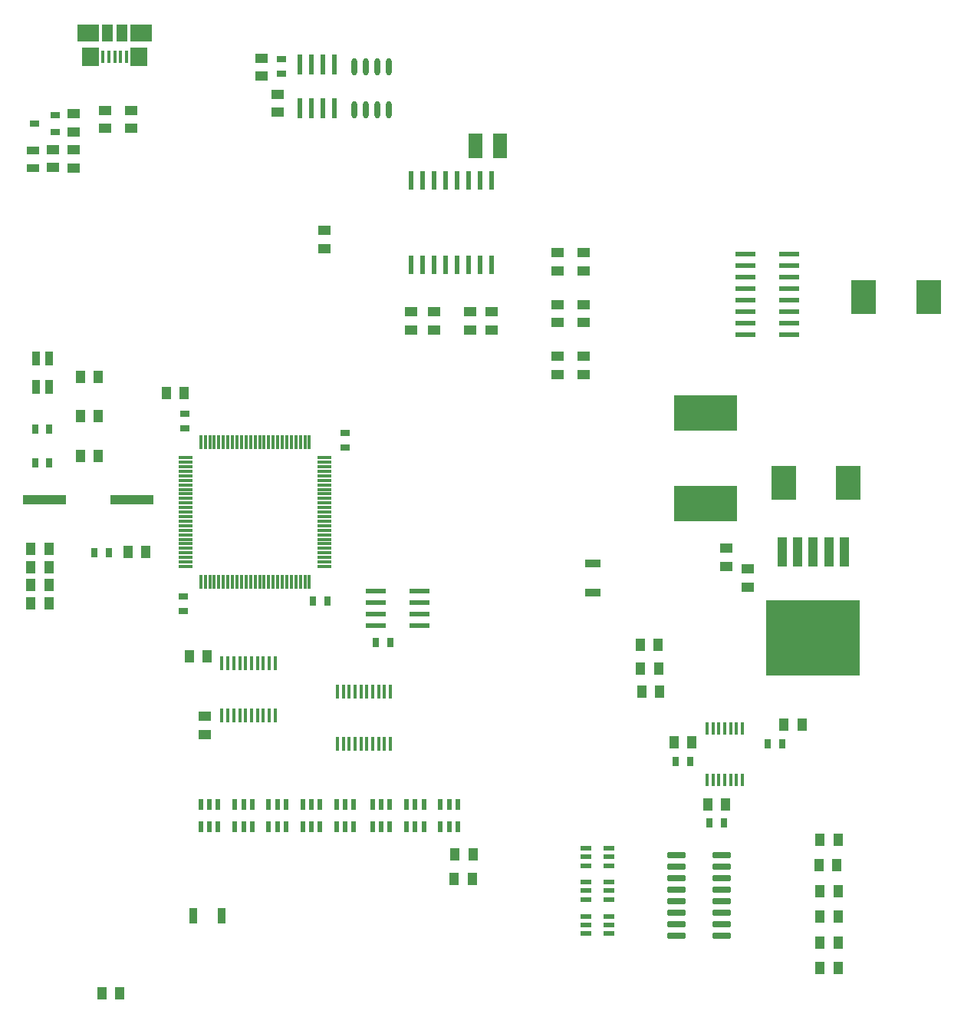
<source format=gtp>
G04*
G04 #@! TF.GenerationSoftware,Altium Limited,Altium Designer,20.0.13 (296)*
G04*
G04 Layer_Color=8421504*
%FSLAX44Y44*%
%MOMM*%
G71*
G01*
G75*
%ADD19R,1.5300X2.7200*%
%ADD20R,7.0000X4.0000*%
%ADD21R,1.0500X3.2000*%
%ADD22R,10.4500X8.3000*%
%ADD23R,2.7940X3.8100*%
%ADD24R,0.9000X1.5000*%
%ADD25R,0.6000X2.0600*%
%ADD26R,1.4000X1.0000*%
G04:AMPARAMS|DCode=27|XSize=1.57mm|YSize=0.41mm|CornerRadius=0.0513mm|HoleSize=0mm|Usage=FLASHONLY|Rotation=270.000|XOffset=0mm|YOffset=0mm|HoleType=Round|Shape=RoundedRectangle|*
%AMROUNDEDRECTD27*
21,1,1.5700,0.3075,0,0,270.0*
21,1,1.4675,0.4100,0,0,270.0*
1,1,0.1025,-0.1538,-0.7338*
1,1,0.1025,-0.1538,0.7338*
1,1,0.1025,0.1538,0.7338*
1,1,0.1025,0.1538,-0.7338*
%
%ADD27ROUNDEDRECTD27*%
%ADD28R,1.0000X0.8000*%
%ADD29R,4.8000X1.1000*%
%ADD30R,0.8000X1.0000*%
%ADD31R,1.0000X1.4000*%
%ADD32R,1.2100X0.5800*%
%ADD33R,0.5800X1.2100*%
%ADD34R,1.4700X0.9600*%
%ADD35O,0.6000X1.9000*%
%ADD36R,0.6000X2.2000*%
G04:AMPARAMS|DCode=37|XSize=1.56mm|YSize=0.28mm|CornerRadius=0.035mm|HoleSize=0mm|Usage=FLASHONLY|Rotation=90.000|XOffset=0mm|YOffset=0mm|HoleType=Round|Shape=RoundedRectangle|*
%AMROUNDEDRECTD37*
21,1,1.5600,0.2100,0,0,90.0*
21,1,1.4900,0.2800,0,0,90.0*
1,1,0.0700,0.1050,0.7450*
1,1,0.0700,0.1050,-0.7450*
1,1,0.0700,-0.1050,-0.7450*
1,1,0.0700,-0.1050,0.7450*
%
%ADD37ROUNDEDRECTD37*%
G04:AMPARAMS|DCode=38|XSize=1.56mm|YSize=0.28mm|CornerRadius=0.035mm|HoleSize=0mm|Usage=FLASHONLY|Rotation=0.000|XOffset=0mm|YOffset=0mm|HoleType=Round|Shape=RoundedRectangle|*
%AMROUNDEDRECTD38*
21,1,1.5600,0.2100,0,0,0.0*
21,1,1.4900,0.2800,0,0,0.0*
1,1,0.0700,0.7450,-0.1050*
1,1,0.0700,-0.7450,-0.1050*
1,1,0.0700,-0.7450,0.1050*
1,1,0.0700,0.7450,0.1050*
%
%ADD38ROUNDEDRECTD38*%
%ADD39R,2.3750X1.9000*%
%ADD40R,1.1750X1.9000*%
%ADD41R,1.8500X2.1000*%
%ADD42R,0.4500X1.3800*%
%ADD43R,2.2000X0.6000*%
%ADD44R,1.1000X0.8000*%
G04:AMPARAMS|DCode=45|XSize=1.97mm|YSize=0.6mm|CornerRadius=0.075mm|HoleSize=0mm|Usage=FLASHONLY|Rotation=0.000|XOffset=0mm|YOffset=0mm|HoleType=Round|Shape=RoundedRectangle|*
%AMROUNDEDRECTD45*
21,1,1.9700,0.4500,0,0,0.0*
21,1,1.8200,0.6000,0,0,0.0*
1,1,0.1500,0.9100,-0.2250*
1,1,0.1500,-0.9100,-0.2250*
1,1,0.1500,-0.9100,0.2250*
1,1,0.1500,0.9100,0.2250*
%
%ADD45ROUNDEDRECTD45*%
%ADD46R,0.3556X1.4224*%
%ADD47R,1.8000X0.9000*%
%ADD48R,0.9000X1.8000*%
D19*
X508590Y985500D02*
D03*
X535410D02*
D03*
D20*
X762500Y591250D02*
D03*
Y691250D02*
D03*
D21*
X915500Y537500D02*
D03*
X898500D02*
D03*
X881500D02*
D03*
X864500D02*
D03*
X847500D02*
D03*
D22*
X881500Y443000D02*
D03*
D23*
X1008685Y819250D02*
D03*
X937315D02*
D03*
X848815Y613750D02*
D03*
X920185D02*
D03*
D24*
X37750Y750750D02*
D03*
X23750D02*
D03*
Y719750D02*
D03*
X37750D02*
D03*
D25*
X437300Y947400D02*
D03*
X450000D02*
D03*
X462700D02*
D03*
X475400D02*
D03*
X488100D02*
D03*
X500800D02*
D03*
X513500D02*
D03*
X526200D02*
D03*
Y854600D02*
D03*
X513500D02*
D03*
X500800D02*
D03*
X488100D02*
D03*
X475400D02*
D03*
X462700D02*
D03*
X450000D02*
D03*
X437300D02*
D03*
D26*
X342000Y872250D02*
D03*
Y892250D02*
D03*
X272250Y1062500D02*
D03*
Y1082500D02*
D03*
X290250Y1042750D02*
D03*
Y1022750D02*
D03*
X526750Y802500D02*
D03*
Y782500D02*
D03*
X502250Y782500D02*
D03*
Y802500D02*
D03*
X462500Y802500D02*
D03*
Y782500D02*
D03*
X437500Y802500D02*
D03*
Y782500D02*
D03*
X599000Y753500D02*
D03*
Y733500D02*
D03*
X628250Y733500D02*
D03*
Y753500D02*
D03*
X599000Y867750D02*
D03*
Y847750D02*
D03*
Y810625D02*
D03*
Y790625D02*
D03*
X628250Y790625D02*
D03*
Y810625D02*
D03*
X209750Y356500D02*
D03*
Y336500D02*
D03*
X99250Y1025000D02*
D03*
Y1005000D02*
D03*
X65000Y1021000D02*
D03*
Y1001000D02*
D03*
X65000Y981500D02*
D03*
Y961500D02*
D03*
X42250Y981750D02*
D03*
Y961750D02*
D03*
X785750Y541750D02*
D03*
Y521750D02*
D03*
X809000Y498750D02*
D03*
Y518750D02*
D03*
X128250Y1025000D02*
D03*
Y1005000D02*
D03*
X628250Y847750D02*
D03*
Y867750D02*
D03*
D27*
X287250Y357800D02*
D03*
X280750D02*
D03*
X274250D02*
D03*
X267750D02*
D03*
X261250D02*
D03*
X254750D02*
D03*
X248250D02*
D03*
X241750D02*
D03*
X235250D02*
D03*
X228750D02*
D03*
Y415200D02*
D03*
X235250D02*
D03*
X241750D02*
D03*
X248250D02*
D03*
X254750D02*
D03*
X261250D02*
D03*
X267750D02*
D03*
X274250D02*
D03*
X280750D02*
D03*
X287250D02*
D03*
X414750Y326550D02*
D03*
X408250D02*
D03*
X401750D02*
D03*
X395250D02*
D03*
X388750D02*
D03*
X382250D02*
D03*
X375750D02*
D03*
X369250D02*
D03*
X362750D02*
D03*
X356250D02*
D03*
Y383950D02*
D03*
X362750D02*
D03*
X369250D02*
D03*
X375750D02*
D03*
X382250D02*
D03*
X388750D02*
D03*
X395250D02*
D03*
X401750D02*
D03*
X408250D02*
D03*
X414750D02*
D03*
D28*
X294250Y1081250D02*
D03*
Y1065250D02*
D03*
X185750Y488750D02*
D03*
Y472750D02*
D03*
X187750Y690000D02*
D03*
Y674000D02*
D03*
X364250Y652750D02*
D03*
Y668750D02*
D03*
D29*
X33000Y595250D02*
D03*
X129000D02*
D03*
D30*
X38250Y636250D02*
D03*
X22250D02*
D03*
X38250Y673500D02*
D03*
X22250D02*
D03*
X831250Y326250D02*
D03*
X847250D02*
D03*
X745500Y306750D02*
D03*
X729500D02*
D03*
X782500Y239000D02*
D03*
X766500D02*
D03*
X414250Y437500D02*
D03*
X398250D02*
D03*
X329000Y483750D02*
D03*
X345000D02*
D03*
X103500Y537000D02*
D03*
X87500D02*
D03*
D31*
X192500Y422250D02*
D03*
X212500D02*
D03*
X692000Y383720D02*
D03*
X712000D02*
D03*
X690500Y435000D02*
D03*
X710500D02*
D03*
X690750Y409360D02*
D03*
X710750D02*
D03*
X869250Y347500D02*
D03*
X849250D02*
D03*
X747750Y327500D02*
D03*
X727750D02*
D03*
X784750Y259000D02*
D03*
X764750D02*
D03*
X888750Y78500D02*
D03*
X908750D02*
D03*
X888750Y106500D02*
D03*
X908750D02*
D03*
X888750Y135750D02*
D03*
X908750D02*
D03*
X889000Y163500D02*
D03*
X909000D02*
D03*
X889000Y220500D02*
D03*
X909000D02*
D03*
X887750Y192500D02*
D03*
X907750D02*
D03*
X485750Y204000D02*
D03*
X505750D02*
D03*
X485250Y177000D02*
D03*
X505250D02*
D03*
X17500Y501000D02*
D03*
X37500D02*
D03*
X17500Y521000D02*
D03*
X37500D02*
D03*
X17500Y541250D02*
D03*
X37500D02*
D03*
X17500Y480750D02*
D03*
X37500D02*
D03*
X124750Y537500D02*
D03*
X144750D02*
D03*
X116000Y51000D02*
D03*
X96000D02*
D03*
X167000Y713000D02*
D03*
X187000D02*
D03*
X72250Y730500D02*
D03*
X92250D02*
D03*
X72250Y687375D02*
D03*
X92250D02*
D03*
X72250Y643500D02*
D03*
X92250D02*
D03*
D32*
X655550Y117000D02*
D03*
Y126500D02*
D03*
Y136000D02*
D03*
X630450Y117000D02*
D03*
Y126500D02*
D03*
Y136000D02*
D03*
X655550Y154500D02*
D03*
Y164000D02*
D03*
Y173500D02*
D03*
X630450Y154500D02*
D03*
Y164000D02*
D03*
Y173500D02*
D03*
X655550Y191750D02*
D03*
Y201250D02*
D03*
Y210750D02*
D03*
X630450Y191750D02*
D03*
Y201250D02*
D03*
Y210750D02*
D03*
D33*
X224500Y259500D02*
D03*
X215000D02*
D03*
X205500D02*
D03*
X224500Y234400D02*
D03*
X215000D02*
D03*
X205500D02*
D03*
X262000Y259500D02*
D03*
X252500D02*
D03*
X243000D02*
D03*
X262000Y234400D02*
D03*
X252500D02*
D03*
X243000D02*
D03*
X299250Y259500D02*
D03*
X289750D02*
D03*
X280250D02*
D03*
X299250Y234400D02*
D03*
X289750D02*
D03*
X280250D02*
D03*
X336750Y259500D02*
D03*
X327250D02*
D03*
X317750D02*
D03*
X336750Y234400D02*
D03*
X327250D02*
D03*
X317750D02*
D03*
X374250Y259500D02*
D03*
X364750D02*
D03*
X355250D02*
D03*
X374250Y234400D02*
D03*
X364750D02*
D03*
X355250D02*
D03*
X413750Y259500D02*
D03*
X404250D02*
D03*
X394750D02*
D03*
X413750Y234400D02*
D03*
X404250D02*
D03*
X394750D02*
D03*
X489000Y259500D02*
D03*
X479500D02*
D03*
X470000D02*
D03*
X489000Y234400D02*
D03*
X479500D02*
D03*
X470000D02*
D03*
X451500Y259500D02*
D03*
X442000D02*
D03*
X432500D02*
D03*
X451500Y234400D02*
D03*
X442000D02*
D03*
X432500D02*
D03*
D34*
X19750Y960970D02*
D03*
Y980530D02*
D03*
D35*
X413050Y1072500D02*
D03*
X400350D02*
D03*
X387650D02*
D03*
X374950D02*
D03*
X413050Y1025500D02*
D03*
X400350D02*
D03*
X387650D02*
D03*
X374950D02*
D03*
D36*
X352800Y1075500D02*
D03*
X340100D02*
D03*
X327400D02*
D03*
X314700D02*
D03*
X352800Y1027500D02*
D03*
X340100D02*
D03*
X327400D02*
D03*
X314700D02*
D03*
D37*
X205250Y504950D02*
D03*
X210250D02*
D03*
X215250D02*
D03*
X220250D02*
D03*
X225250D02*
D03*
X230250D02*
D03*
X235250D02*
D03*
X240250D02*
D03*
X245250D02*
D03*
X250250D02*
D03*
X255250D02*
D03*
X260250D02*
D03*
X265250D02*
D03*
X270250D02*
D03*
X275250D02*
D03*
X280250D02*
D03*
X285250D02*
D03*
X290250D02*
D03*
X295250D02*
D03*
X300250D02*
D03*
X305250D02*
D03*
X310250D02*
D03*
X315250D02*
D03*
X320250D02*
D03*
X325250D02*
D03*
Y658550D02*
D03*
X320250D02*
D03*
X315250D02*
D03*
X310250D02*
D03*
X305250D02*
D03*
X300250D02*
D03*
X295250D02*
D03*
X290250D02*
D03*
X285250D02*
D03*
X280250D02*
D03*
X275250D02*
D03*
X270250D02*
D03*
X265250D02*
D03*
X260250D02*
D03*
X255250D02*
D03*
X250250D02*
D03*
X245250D02*
D03*
X240250D02*
D03*
X235250D02*
D03*
X230250D02*
D03*
X225250D02*
D03*
X220250D02*
D03*
X215250D02*
D03*
X210250D02*
D03*
X205250D02*
D03*
D38*
X188450Y641750D02*
D03*
Y636750D02*
D03*
Y631750D02*
D03*
Y626750D02*
D03*
Y621750D02*
D03*
Y616750D02*
D03*
Y611750D02*
D03*
Y606750D02*
D03*
Y601750D02*
D03*
Y596750D02*
D03*
Y591750D02*
D03*
Y586750D02*
D03*
Y581750D02*
D03*
Y576750D02*
D03*
Y571750D02*
D03*
Y566750D02*
D03*
Y561750D02*
D03*
Y556750D02*
D03*
Y551750D02*
D03*
Y546750D02*
D03*
Y541750D02*
D03*
Y536750D02*
D03*
Y531750D02*
D03*
Y526750D02*
D03*
Y521750D02*
D03*
X342050D02*
D03*
Y526750D02*
D03*
Y531750D02*
D03*
Y536750D02*
D03*
Y541750D02*
D03*
Y546750D02*
D03*
Y551750D02*
D03*
Y556750D02*
D03*
Y561750D02*
D03*
Y566750D02*
D03*
Y571750D02*
D03*
Y576750D02*
D03*
Y581750D02*
D03*
Y586750D02*
D03*
Y591750D02*
D03*
Y596750D02*
D03*
Y601750D02*
D03*
Y606750D02*
D03*
Y611750D02*
D03*
Y616750D02*
D03*
Y621750D02*
D03*
Y626750D02*
D03*
Y631750D02*
D03*
Y636750D02*
D03*
Y641750D02*
D03*
D39*
X81250Y1110500D02*
D03*
X139250D02*
D03*
D40*
X102000Y1110400D02*
D03*
X118500D02*
D03*
D41*
X83750Y1083900D02*
D03*
X136750D02*
D03*
D42*
X123250D02*
D03*
X116750D02*
D03*
X110250D02*
D03*
X103750D02*
D03*
X97250D02*
D03*
D43*
X854750Y777550D02*
D03*
Y790250D02*
D03*
Y802950D02*
D03*
Y815650D02*
D03*
Y828350D02*
D03*
Y841050D02*
D03*
Y853750D02*
D03*
Y866450D02*
D03*
X806750Y777550D02*
D03*
Y790250D02*
D03*
Y802950D02*
D03*
Y815650D02*
D03*
Y828350D02*
D03*
Y841050D02*
D03*
Y853750D02*
D03*
Y866450D02*
D03*
X398500Y494300D02*
D03*
Y481600D02*
D03*
Y468900D02*
D03*
Y456200D02*
D03*
X446500Y494300D02*
D03*
Y481600D02*
D03*
Y468900D02*
D03*
Y456200D02*
D03*
D44*
X22000Y1010000D02*
D03*
X44500Y1019500D02*
D03*
Y1000500D02*
D03*
D45*
X780000Y203200D02*
D03*
Y190500D02*
D03*
Y177800D02*
D03*
Y165100D02*
D03*
Y152400D02*
D03*
Y139700D02*
D03*
Y127000D02*
D03*
Y114300D02*
D03*
X730500D02*
D03*
Y127000D02*
D03*
Y139700D02*
D03*
Y152400D02*
D03*
Y165100D02*
D03*
Y177800D02*
D03*
Y190500D02*
D03*
Y203200D02*
D03*
D46*
X803308Y343198D02*
D03*
X796704D02*
D03*
X790354D02*
D03*
X783750D02*
D03*
X777146D02*
D03*
X770796D02*
D03*
X764192D02*
D03*
Y286302D02*
D03*
X770796D02*
D03*
X777146D02*
D03*
X783750D02*
D03*
X790354D02*
D03*
X796704D02*
D03*
X803308D02*
D03*
D47*
X638500Y525250D02*
D03*
Y493250D02*
D03*
D48*
X196750Y136250D02*
D03*
X228750D02*
D03*
M02*

</source>
